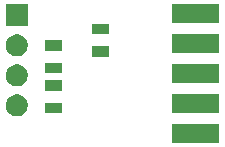
<source format=gbs>
G04 #@! TF.GenerationSoftware,KiCad,Pcbnew,5.0.2-bee76a0~70~ubuntu16.04.1*
G04 #@! TF.CreationDate,2019-12-01T18:12:19-08:00*
G04 #@! TF.ProjectId,smallio,736d616c-6c69-46f2-9e6b-696361645f70,1.0*
G04 #@! TF.SameCoordinates,PX8a1ee30PY3b71490*
G04 #@! TF.FileFunction,Soldermask,Bot*
G04 #@! TF.FilePolarity,Negative*
%FSLAX46Y46*%
G04 Gerber Fmt 4.6, Leading zero omitted, Abs format (unit mm)*
G04 Created by KiCad (PCBNEW 5.0.2-bee76a0~70~ubuntu16.04.1) date Sun 01 Dec 2019 06:12:19 PM PST*
%MOMM*%
%LPD*%
G01*
G04 APERTURE LIST*
%ADD10C,0.100000*%
G04 APERTURE END LIST*
D10*
G36*
X18370000Y-12070000D02*
X14370000Y-12070000D01*
X14370000Y-10470000D01*
X18370000Y-10470000D01*
X18370000Y-12070000D01*
X18370000Y-12070000D01*
G37*
G36*
X1539811Y-8000546D02*
X1539814Y-8000547D01*
X1539813Y-8000547D01*
X1708152Y-8070275D01*
X1708153Y-8070276D01*
X1859656Y-8171507D01*
X1988493Y-8300344D01*
X1988495Y-8300347D01*
X2089725Y-8451848D01*
X2143657Y-8582052D01*
X2159454Y-8620189D01*
X2195000Y-8798894D01*
X2195000Y-8981106D01*
X2159454Y-9159811D01*
X2159453Y-9159813D01*
X2089725Y-9328152D01*
X2089724Y-9328153D01*
X1988493Y-9479656D01*
X1859656Y-9608493D01*
X1859653Y-9608495D01*
X1708152Y-9709725D01*
X1577948Y-9763657D01*
X1539811Y-9779454D01*
X1361106Y-9815000D01*
X1178894Y-9815000D01*
X1000189Y-9779454D01*
X962052Y-9763657D01*
X831848Y-9709725D01*
X680347Y-9608495D01*
X680344Y-9608493D01*
X551507Y-9479656D01*
X450276Y-9328153D01*
X450275Y-9328152D01*
X380547Y-9159813D01*
X380546Y-9159811D01*
X345000Y-8981106D01*
X345000Y-8798894D01*
X380546Y-8620189D01*
X396343Y-8582052D01*
X450275Y-8451848D01*
X551505Y-8300347D01*
X551507Y-8300344D01*
X680344Y-8171507D01*
X831847Y-8070276D01*
X831848Y-8070275D01*
X1000187Y-8000547D01*
X1000186Y-8000547D01*
X1000189Y-8000546D01*
X1178894Y-7965000D01*
X1361106Y-7965000D01*
X1539811Y-8000546D01*
X1539811Y-8000546D01*
G37*
G36*
X5068500Y-9567000D02*
X3671500Y-9567000D01*
X3671500Y-8678000D01*
X5068500Y-8678000D01*
X5068500Y-9567000D01*
X5068500Y-9567000D01*
G37*
G36*
X18370000Y-9530000D02*
X14370000Y-9530000D01*
X14370000Y-7930000D01*
X18370000Y-7930000D01*
X18370000Y-9530000D01*
X18370000Y-9530000D01*
G37*
G36*
X5068500Y-7662000D02*
X3671500Y-7662000D01*
X3671500Y-6773000D01*
X5068500Y-6773000D01*
X5068500Y-7662000D01*
X5068500Y-7662000D01*
G37*
G36*
X1539811Y-5460546D02*
X1539814Y-5460547D01*
X1539813Y-5460547D01*
X1708152Y-5530275D01*
X1708153Y-5530276D01*
X1859656Y-5631507D01*
X1988493Y-5760344D01*
X1988495Y-5760347D01*
X2089725Y-5911848D01*
X2143657Y-6042052D01*
X2159454Y-6080189D01*
X2195000Y-6258894D01*
X2195000Y-6441106D01*
X2159454Y-6619811D01*
X2159453Y-6619813D01*
X2089725Y-6788152D01*
X2089724Y-6788153D01*
X1988493Y-6939656D01*
X1859656Y-7068493D01*
X1859653Y-7068495D01*
X1708152Y-7169725D01*
X1577948Y-7223657D01*
X1539811Y-7239454D01*
X1361106Y-7275000D01*
X1178894Y-7275000D01*
X1000189Y-7239454D01*
X962052Y-7223657D01*
X831848Y-7169725D01*
X680347Y-7068495D01*
X680344Y-7068493D01*
X551507Y-6939656D01*
X450276Y-6788153D01*
X450275Y-6788152D01*
X380547Y-6619813D01*
X380546Y-6619811D01*
X345000Y-6441106D01*
X345000Y-6258894D01*
X380546Y-6080189D01*
X396343Y-6042052D01*
X450275Y-5911848D01*
X551505Y-5760347D01*
X551507Y-5760344D01*
X680344Y-5631507D01*
X831847Y-5530276D01*
X831848Y-5530275D01*
X1000187Y-5460547D01*
X1000186Y-5460547D01*
X1000189Y-5460546D01*
X1178894Y-5425000D01*
X1361106Y-5425000D01*
X1539811Y-5460546D01*
X1539811Y-5460546D01*
G37*
G36*
X18370000Y-6990000D02*
X14370000Y-6990000D01*
X14370000Y-5390000D01*
X18370000Y-5390000D01*
X18370000Y-6990000D01*
X18370000Y-6990000D01*
G37*
G36*
X5068500Y-6167000D02*
X3671500Y-6167000D01*
X3671500Y-5278000D01*
X5068500Y-5278000D01*
X5068500Y-6167000D01*
X5068500Y-6167000D01*
G37*
G36*
X9068500Y-4767000D02*
X7671500Y-4767000D01*
X7671500Y-3878000D01*
X9068500Y-3878000D01*
X9068500Y-4767000D01*
X9068500Y-4767000D01*
G37*
G36*
X1539811Y-2920546D02*
X1539814Y-2920547D01*
X1539813Y-2920547D01*
X1708152Y-2990275D01*
X1708153Y-2990276D01*
X1859656Y-3091507D01*
X1988493Y-3220344D01*
X1988495Y-3220347D01*
X2089725Y-3371848D01*
X2090202Y-3373000D01*
X2159454Y-3540189D01*
X2195000Y-3718894D01*
X2195000Y-3901106D01*
X2159454Y-4079811D01*
X2159453Y-4079813D01*
X2089725Y-4248152D01*
X2089724Y-4248153D01*
X1988493Y-4399656D01*
X1859656Y-4528493D01*
X1859653Y-4528495D01*
X1708152Y-4629725D01*
X1577948Y-4683657D01*
X1539811Y-4699454D01*
X1361106Y-4735000D01*
X1178894Y-4735000D01*
X1000189Y-4699454D01*
X962052Y-4683657D01*
X831848Y-4629725D01*
X680347Y-4528495D01*
X680344Y-4528493D01*
X551507Y-4399656D01*
X450276Y-4248153D01*
X450275Y-4248152D01*
X380547Y-4079813D01*
X380546Y-4079811D01*
X345000Y-3901106D01*
X345000Y-3718894D01*
X380546Y-3540189D01*
X449798Y-3373000D01*
X450275Y-3371848D01*
X551505Y-3220347D01*
X551507Y-3220344D01*
X680344Y-3091507D01*
X831847Y-2990276D01*
X831848Y-2990275D01*
X1000187Y-2920547D01*
X1000186Y-2920547D01*
X1000189Y-2920546D01*
X1178894Y-2885000D01*
X1361106Y-2885000D01*
X1539811Y-2920546D01*
X1539811Y-2920546D01*
G37*
G36*
X18370000Y-4450000D02*
X14370000Y-4450000D01*
X14370000Y-2850000D01*
X18370000Y-2850000D01*
X18370000Y-4450000D01*
X18370000Y-4450000D01*
G37*
G36*
X5068500Y-4262000D02*
X3671500Y-4262000D01*
X3671500Y-3373000D01*
X5068500Y-3373000D01*
X5068500Y-4262000D01*
X5068500Y-4262000D01*
G37*
G36*
X9068500Y-2862000D02*
X7671500Y-2862000D01*
X7671500Y-1973000D01*
X9068500Y-1973000D01*
X9068500Y-2862000D01*
X9068500Y-2862000D01*
G37*
G36*
X2195000Y-2195000D02*
X345000Y-2195000D01*
X345000Y-345000D01*
X2195000Y-345000D01*
X2195000Y-2195000D01*
X2195000Y-2195000D01*
G37*
G36*
X18370000Y-1910000D02*
X14370000Y-1910000D01*
X14370000Y-310000D01*
X18370000Y-310000D01*
X18370000Y-1910000D01*
X18370000Y-1910000D01*
G37*
M02*

</source>
